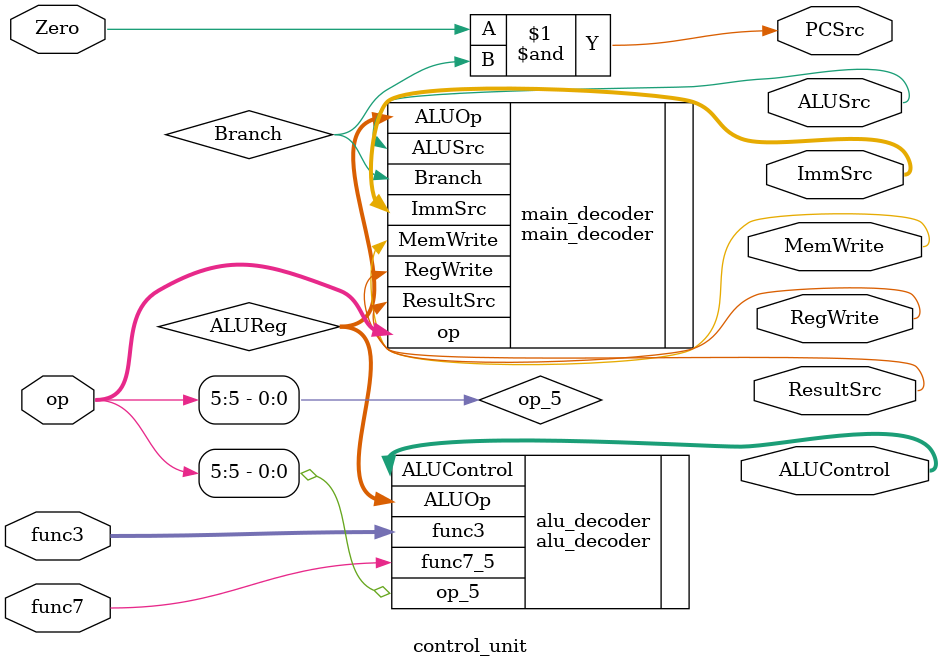
<source format=v>
`include "./modules/main_decoder.v"
`include "./modules/alu_decoder.v"

module control_unit(Zero,op,func3,func7,PCSrc,ResultSrc,MemWrite,ALUSrc,ImmSrc,RegWrite,ALUControl);

    input Zero, func7;
    input [6:0] op;
    input [2:0] func3;

    output PCSrc, RegWrite, ALUSrc, MemWrite, ResultSrc;
    output [1:0] ImmSrc;
    output [2:0] ALUControl;

    wire Branch,op_5;
    wire [1:0]ALUReg;

    assign op_5 = op[5];

    main_decoder main_decoder(.op(op),
                                .RegWrite(RegWrite),
                                .MemWrite(MemWrite),
                                .Branch(Branch),
                                .ResultSrc(ResultSrc),
                                .ALUSrc(ALUSrc),
                                .ImmSrc(ImmSrc),
                                .ALUOp(ALUReg)
                                );

    alu_decoder alu_decoder(.ALUOp(ALUReg),
                            .func3(func3),
                            .op_5(op_5),
                            .func7_5(func7),
                            .ALUControl(ALUControl)
                            );

    assign PCSrc = Zero & Branch;

endmodule
</source>
